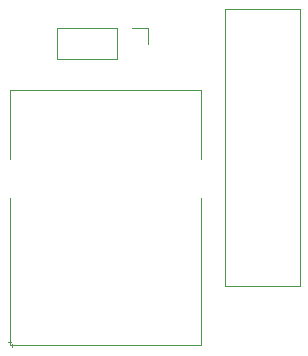
<source format=gbr>
%TF.GenerationSoftware,KiCad,Pcbnew,7.0.5-0*%
%TF.CreationDate,2023-10-13T18:20:27+02:00*%
%TF.ProjectId,rj45-stepper-adapter,726a3435-2d73-4746-9570-7065722d6164,rev?*%
%TF.SameCoordinates,Original*%
%TF.FileFunction,Legend,Top*%
%TF.FilePolarity,Positive*%
%FSLAX46Y46*%
G04 Gerber Fmt 4.6, Leading zero omitted, Abs format (unit mm)*
G04 Created by KiCad (PCBNEW 7.0.5-0) date 2023-10-13 18:20:27*
%MOMM*%
%LPD*%
G01*
G04 APERTURE LIST*
%ADD10C,0.120000*%
%ADD11C,0.100000*%
G04 APERTURE END LIST*
D10*
%TO.C,J2*%
X154238000Y-97222000D02*
X154238000Y-98552000D01*
X152908000Y-97222000D02*
X154238000Y-97222000D01*
X151638000Y-97222000D02*
X146498000Y-97222000D01*
X151638000Y-97222000D02*
X151638000Y-99882000D01*
X146498000Y-97222000D02*
X146498000Y-99882000D01*
X151638000Y-99882000D02*
X146498000Y-99882000D01*
%TO.C,J3*%
X142502000Y-102451500D02*
X142502000Y-108361500D01*
X142502000Y-102451500D02*
X158742000Y-102451500D01*
X142502000Y-111641500D02*
X142502000Y-124091500D01*
X142622000Y-123821500D02*
X142372000Y-123821500D01*
X142722000Y-123971500D02*
X142722000Y-124221500D01*
X158742000Y-102451500D02*
X158742000Y-108361500D01*
X158742000Y-111641500D02*
X158742000Y-124091500D01*
X158742000Y-124091500D02*
X142502000Y-124091500D01*
D11*
%TO.C,J6*%
X167106600Y-95605600D02*
X160756600Y-95605600D01*
X160756600Y-95605600D02*
X160756600Y-119100600D01*
X160756600Y-119100600D02*
X167106600Y-119100600D01*
X167106600Y-119100600D02*
X167106600Y-95605600D01*
%TD*%
M02*

</source>
